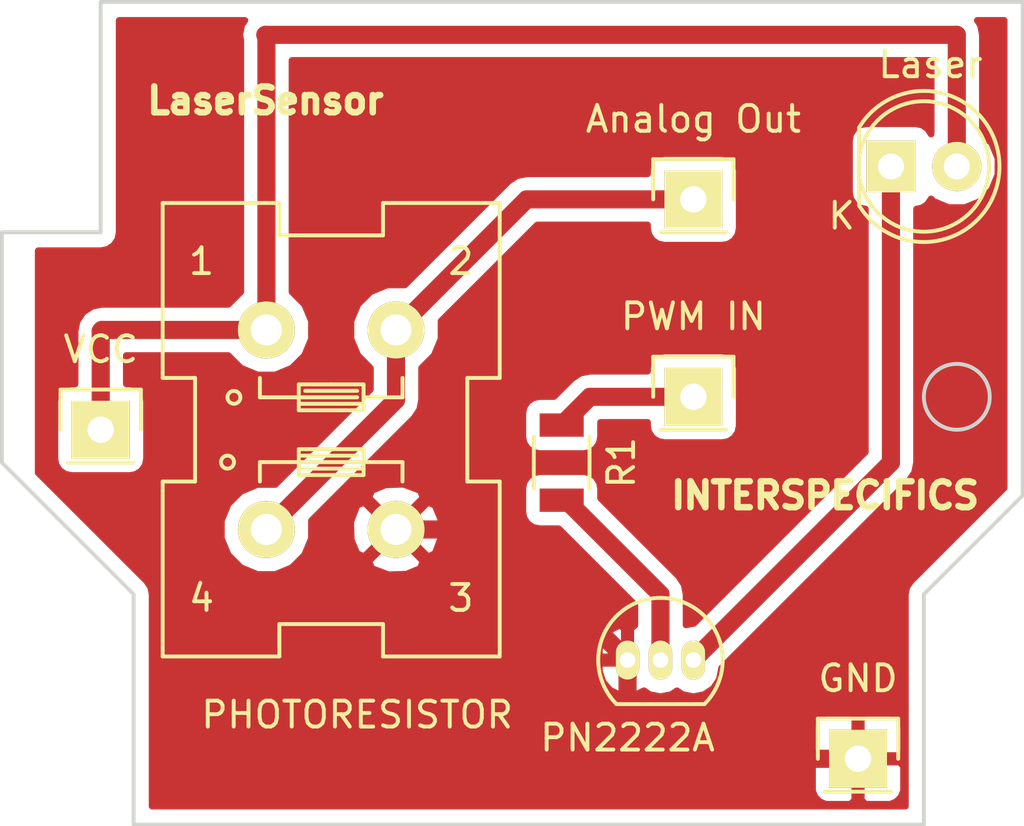
<source format=kicad_pcb>
(kicad_pcb (version 4) (host pcbnew 4.0.2-stable)

  (general
    (links 9)
    (no_connects 0)
    (area 135.814999 90.094999 175.335001 121.995001)
    (thickness 1.6)
    (drawings 14)
    (tracks 37)
    (zones 0)
    (modules 8)
    (nets 7)
  )

  (page A4)
  (layers
    (0 F.Cu signal)
    (31 B.Cu signal)
    (32 B.Adhes user)
    (33 F.Adhes user hide)
    (34 B.Paste user)
    (35 F.Paste user)
    (36 B.SilkS user)
    (37 F.SilkS user)
    (38 B.Mask user)
    (39 F.Mask user)
    (40 Dwgs.User user)
    (41 Cmts.User user)
    (42 Eco1.User user)
    (43 Eco2.User user)
    (44 Edge.Cuts user)
    (45 Margin user)
    (46 B.CrtYd user)
    (47 F.CrtYd user)
    (48 B.Fab user)
    (49 F.Fab user)
  )

  (setup
    (last_trace_width 0.25)
    (user_trace_width 0.24)
    (user_trace_width 0.32)
    (user_trace_width 0.48)
    (user_trace_width 0.58)
    (user_trace_width 0.68)
    (user_trace_width 0.7)
    (trace_clearance 0.2)
    (zone_clearance 0.508)
    (zone_45_only no)
    (trace_min 0.2)
    (segment_width 0.2)
    (edge_width 0.15)
    (via_size 0.6)
    (via_drill 0.4)
    (via_min_size 0.4)
    (via_min_drill 0.3)
    (uvia_size 0.3)
    (uvia_drill 0.1)
    (uvias_allowed no)
    (uvia_min_size 0.2)
    (uvia_min_drill 0.1)
    (pcb_text_width 0.3)
    (pcb_text_size 1.5 1.5)
    (mod_edge_width 0.15)
    (mod_text_size 1 1)
    (mod_text_width 0.15)
    (pad_size 1.524 1.524)
    (pad_drill 0.762)
    (pad_to_mask_clearance 0.2)
    (aux_axis_origin 172.72 105.41)
    (visible_elements FFFFFF7F)
    (pcbplotparams
      (layerselection 0x010f0_80000001)
      (usegerberextensions false)
      (excludeedgelayer true)
      (linewidth 0.100000)
      (plotframeref false)
      (viasonmask false)
      (mode 1)
      (useauxorigin false)
      (hpglpennumber 1)
      (hpglpenspeed 20)
      (hpglpendiameter 15)
      (hpglpenoverlay 2)
      (psnegative false)
      (psa4output false)
      (plotreference true)
      (plotvalue true)
      (plotinvisibletext false)
      (padsonsilk false)
      (subtractmaskfromsilk false)
      (outputformat 1)
      (mirror false)
      (drillshape 0)
      (scaleselection 1)
      (outputdirectory ""))
  )

  (net 0 "")
  (net 1 "Net-(D1-Pad1)")
  (net 2 VCC)
  (net 3 "Net-(P1-Pad1)")
  (net 4 "Net-(P2-Pad1)")
  (net 5 "Net-(Q1-Pad2)")
  (net 6 GND)

  (net_class Default "This is the default net class."
    (clearance 0.2)
    (trace_width 0.25)
    (via_dia 0.6)
    (via_drill 0.4)
    (uvia_dia 0.3)
    (uvia_drill 0.1)
    (add_net GND)
    (add_net "Net-(D1-Pad1)")
    (add_net "Net-(P1-Pad1)")
    (add_net "Net-(P2-Pad1)")
    (add_net "Net-(Q1-Pad2)")
    (add_net VCC)
  )

  (module LEDs:LED-5MM (layer F.Cu) (tedit 5705C75B) (tstamp 56F99E8A)
    (at 170.18 96.52)
    (descr "LED 5mm round vertical")
    (tags "LED 5mm round vertical")
    (path /56F2F478)
    (fp_text reference D1 (at 1.524 4.064) (layer F.Fab)
      (effects (font (size 1 1) (thickness 0.15)))
    )
    (fp_text value Laser (at 1.524 -3.937) (layer F.SilkS)
      (effects (font (size 1 1) (thickness 0.15)))
    )
    (fp_line (start -1.5 -1.55) (end -1.5 1.55) (layer F.CrtYd) (width 0.05))
    (fp_arc (start 1.3 0) (end -1.5 1.55) (angle -302) (layer F.CrtYd) (width 0.05))
    (fp_arc (start 1.27 0) (end -1.23 -1.5) (angle 297.5) (layer F.SilkS) (width 0.15))
    (fp_line (start -1.23 1.5) (end -1.23 -1.5) (layer F.SilkS) (width 0.15))
    (fp_circle (center 1.27 0) (end 0.97 -2.5) (layer F.SilkS) (width 0.15))
    (fp_text user K (at -1.905 1.905) (layer F.SilkS)
      (effects (font (size 1 1) (thickness 0.15)))
    )
    (pad 1 thru_hole rect (at 0 0 90) (size 2 1.9) (drill 1.00076) (layers *.Cu *.Mask F.SilkS)
      (net 1 "Net-(D1-Pad1)"))
    (pad 2 thru_hole circle (at 2.54 0) (size 1.9 1.9) (drill 1.00076) (layers *.Cu *.Mask F.SilkS)
      (net 2 VCC))
    (model LEDs.3dshapes/LED-5MM.wrl
      (at (xyz 0.05 0 0))
      (scale (xyz 1 1 1))
      (rotate (xyz 0 0 90))
    )
  )

  (module Pin_Headers:Pin_Header_Straight_1x01 (layer F.Cu) (tedit 5705C725) (tstamp 56F99E8F)
    (at 162.56 97.79)
    (descr "Through hole pin header")
    (tags "pin header")
    (path /56F99E5F)
    (fp_text reference P1 (at 0 -5.1) (layer F.Fab)
      (effects (font (size 1 1) (thickness 0.15)))
    )
    (fp_text value "Analog Out" (at 0 -3.1) (layer F.SilkS)
      (effects (font (size 1 1) (thickness 0.15)))
    )
    (fp_line (start 1.55 -1.55) (end 1.55 0) (layer F.SilkS) (width 0.15))
    (fp_line (start -1.75 -1.75) (end -1.75 1.75) (layer F.CrtYd) (width 0.05))
    (fp_line (start 1.75 -1.75) (end 1.75 1.75) (layer F.CrtYd) (width 0.05))
    (fp_line (start -1.75 -1.75) (end 1.75 -1.75) (layer F.CrtYd) (width 0.05))
    (fp_line (start -1.75 1.75) (end 1.75 1.75) (layer F.CrtYd) (width 0.05))
    (fp_line (start -1.55 0) (end -1.55 -1.55) (layer F.SilkS) (width 0.15))
    (fp_line (start -1.55 -1.55) (end 1.55 -1.55) (layer F.SilkS) (width 0.15))
    (fp_line (start -1.27 1.27) (end 1.27 1.27) (layer F.SilkS) (width 0.15))
    (pad 1 thru_hole rect (at 0 0) (size 2.2352 2.2352) (drill 1.016) (layers *.Cu *.Mask F.SilkS)
      (net 3 "Net-(P1-Pad1)"))
    (model Pin_Headers.3dshapes/Pin_Header_Straight_1x01.wrl
      (at (xyz 0 0 0))
      (scale (xyz 1 1 1))
      (rotate (xyz 0 0 90))
    )
  )

  (module Pin_Headers:Pin_Header_Straight_1x01 (layer F.Cu) (tedit 5705C708) (tstamp 56F99E94)
    (at 162.56 105.41)
    (descr "Through hole pin header")
    (tags "pin header")
    (path /56F99DF9)
    (fp_text reference P2 (at 0 -5.1) (layer F.Fab)
      (effects (font (size 1 1) (thickness 0.15)))
    )
    (fp_text value "PWM IN" (at 0 -3.1) (layer F.SilkS)
      (effects (font (size 1 1) (thickness 0.15)))
    )
    (fp_line (start 1.55 -1.55) (end 1.55 0) (layer F.SilkS) (width 0.15))
    (fp_line (start -1.75 -1.75) (end -1.75 1.75) (layer F.CrtYd) (width 0.05))
    (fp_line (start 1.75 -1.75) (end 1.75 1.75) (layer F.CrtYd) (width 0.05))
    (fp_line (start -1.75 -1.75) (end 1.75 -1.75) (layer F.CrtYd) (width 0.05))
    (fp_line (start -1.75 1.75) (end 1.75 1.75) (layer F.CrtYd) (width 0.05))
    (fp_line (start -1.55 0) (end -1.55 -1.55) (layer F.SilkS) (width 0.15))
    (fp_line (start -1.55 -1.55) (end 1.55 -1.55) (layer F.SilkS) (width 0.15))
    (fp_line (start -1.27 1.27) (end 1.27 1.27) (layer F.SilkS) (width 0.15))
    (pad 1 thru_hole rect (at 0 0) (size 2.2352 2.2352) (drill 1.016) (layers *.Cu *.Mask F.SilkS)
      (net 4 "Net-(P2-Pad1)"))
    (model Pin_Headers.3dshapes/Pin_Header_Straight_1x01.wrl
      (at (xyz 0 0 0))
      (scale (xyz 1 1 1))
      (rotate (xyz 0 0 90))
    )
  )

  (module TO_SOT_Packages_THT:TO-92_Inline_Narrow_Oval (layer F.Cu) (tedit 5705C7C2) (tstamp 56F99E9B)
    (at 160.02 115.57)
    (descr "TO-92 leads in-line, narrow, oval pads, drill 0.6mm (see NXP sot054_po.pdf)")
    (tags "to-92 sc-43 sc-43a sot54 PA33 transistor")
    (path /56F2F3D4)
    (fp_text reference Q1 (at 0 -4) (layer F.Fab)
      (effects (font (size 1 1) (thickness 0.15)))
    )
    (fp_text value PN2222A (at 0 3) (layer F.SilkS)
      (effects (font (size 1 1) (thickness 0.15)))
    )
    (fp_line (start -1.4 1.95) (end -1.4 -2.65) (layer F.CrtYd) (width 0.05))
    (fp_line (start -1.4 1.95) (end 3.95 1.95) (layer F.CrtYd) (width 0.05))
    (fp_line (start -0.43 1.7) (end 2.97 1.7) (layer F.SilkS) (width 0.15))
    (fp_arc (start 1.27 0) (end 1.27 -2.4) (angle -135) (layer F.SilkS) (width 0.15))
    (fp_arc (start 1.27 0) (end 1.27 -2.4) (angle 135) (layer F.SilkS) (width 0.15))
    (fp_line (start -1.4 -2.65) (end 3.95 -2.65) (layer F.CrtYd) (width 0.05))
    (fp_line (start 3.95 1.95) (end 3.95 -2.65) (layer F.CrtYd) (width 0.05))
    (pad 2 thru_hole oval (at 1.27 0 180) (size 0.89916 1.50114) (drill 0.6) (layers *.Cu *.Mask F.SilkS)
      (net 5 "Net-(Q1-Pad2)"))
    (pad 3 thru_hole oval (at 2.54 0 180) (size 0.89916 1.50114) (drill 0.6) (layers *.Cu *.Mask F.SilkS)
      (net 1 "Net-(D1-Pad1)"))
    (pad 1 thru_hole oval (at 0 0 180) (size 0.89916 1.50114) (drill 0.6) (layers *.Cu *.Mask F.SilkS)
      (net 6 GND))
    (model TO_SOT_Packages_THT.3dshapes/TO-92_Inline_Narrow_Oval.wrl
      (at (xyz 0.05 0 0))
      (scale (xyz 1 1 1))
      (rotate (xyz 0 0 -90))
    )
  )

  (module Resistors_SMD:R_1206 (layer F.Cu) (tedit 5415CFA7) (tstamp 56F99EA1)
    (at 157.48 107.95 270)
    (descr "Resistor SMD 1206, reflow soldering, Vishay (see dcrcw.pdf)")
    (tags "resistor 1206")
    (path /56F2FDD8)
    (attr smd)
    (fp_text reference R1 (at 0 -2.3 270) (layer F.SilkS)
      (effects (font (size 1 1) (thickness 0.15)))
    )
    (fp_text value R (at 0 2.3 270) (layer F.Fab)
      (effects (font (size 1 1) (thickness 0.15)))
    )
    (fp_line (start -2.2 -1.2) (end 2.2 -1.2) (layer F.CrtYd) (width 0.05))
    (fp_line (start -2.2 1.2) (end 2.2 1.2) (layer F.CrtYd) (width 0.05))
    (fp_line (start -2.2 -1.2) (end -2.2 1.2) (layer F.CrtYd) (width 0.05))
    (fp_line (start 2.2 -1.2) (end 2.2 1.2) (layer F.CrtYd) (width 0.05))
    (fp_line (start 1 1.075) (end -1 1.075) (layer F.SilkS) (width 0.15))
    (fp_line (start -1 -1.075) (end 1 -1.075) (layer F.SilkS) (width 0.15))
    (pad 1 smd rect (at -1.45 0 270) (size 0.9 1.7) (layers F.Cu F.Paste F.Mask)
      (net 4 "Net-(P2-Pad1)"))
    (pad 2 smd rect (at 1.45 0 270) (size 0.9 1.7) (layers F.Cu F.Paste F.Mask)
      (net 5 "Net-(Q1-Pad2)"))
    (model Resistors_SMD.3dshapes/R_1206.wrl
      (at (xyz 0 0 0))
      (scale (xyz 1 1 1))
      (rotate (xyz 0 0 0))
    )
  )

  (module Choke_Common-Mode_Wurth:CommonModeChoke_WuerthType-WE-CMB_Size-S (layer F.Cu) (tedit 5705C7DB) (tstamp 56F99EA9)
    (at 148.59 106.68)
    (descr "Wuerth, WE-CMB, Bauform S,")
    (tags "Common Mode Choke, Gleichtaktdrossel,")
    (path /56F2EF4F)
    (fp_text reference U1 (at 0 -11.00074) (layer F.Fab)
      (effects (font (size 1 1) (thickness 0.15)))
    )
    (fp_text value PHOTORESISTOR (at 1.00076 11.00074) (layer F.SilkS)
      (effects (font (size 1 1) (thickness 0.15)))
    )
    (fp_text user 4 (at -5.00126 6.49986) (layer F.SilkS)
      (effects (font (size 1 1) (thickness 0.15)))
    )
    (fp_text user 3 (at 5.00126 6.49986) (layer F.SilkS)
      (effects (font (size 1 1) (thickness 0.15)))
    )
    (fp_text user 2 (at 5.00126 -6.49986) (layer F.SilkS)
      (effects (font (size 1 1) (thickness 0.15)))
    )
    (fp_text user 1 (at -5.00126 -6.49986) (layer F.SilkS)
      (effects (font (size 1 1) (thickness 0.15)))
    )
    (fp_line (start 1.24968 1.50114) (end -1.24968 1.50114) (layer F.SilkS) (width 0.15))
    (fp_line (start -1.24968 1.00076) (end 1.00076 1.00076) (layer F.SilkS) (width 0.15))
    (fp_line (start 1.24968 1.24968) (end -1.24968 1.24968) (layer F.SilkS) (width 0.15))
    (fp_line (start -1.24968 -1.00076) (end 1.24968 -1.00076) (layer F.SilkS) (width 0.15))
    (fp_line (start 1.00076 -1.50114) (end -1.00076 -1.50114) (layer F.SilkS) (width 0.15))
    (fp_line (start 1.00076 -1.24968) (end -1.24968 -1.24968) (layer F.SilkS) (width 0.15))
    (fp_line (start -1.24968 -1.24968) (end -2.75082 -1.24968) (layer F.SilkS) (width 0.15))
    (fp_line (start -2.75082 -1.24968) (end -2.75082 -1.99898) (layer F.SilkS) (width 0.15))
    (fp_line (start -1.24968 1.24968) (end -2.75082 1.24968) (layer F.SilkS) (width 0.15))
    (fp_line (start -2.75082 1.24968) (end -2.75082 1.99898) (layer F.SilkS) (width 0.15))
    (fp_line (start 1.24968 1.24968) (end 2.75082 1.24968) (layer F.SilkS) (width 0.15))
    (fp_line (start 2.75082 1.24968) (end 2.75082 1.99898) (layer F.SilkS) (width 0.15))
    (fp_line (start 1.24968 -1.24968) (end 2.75082 -1.24968) (layer F.SilkS) (width 0.15))
    (fp_line (start 2.75082 -1.24968) (end 2.75082 -1.99898) (layer F.SilkS) (width 0.15))
    (fp_line (start 1.24968 0.7493) (end 1.24968 1.75006) (layer F.SilkS) (width 0.15))
    (fp_line (start 1.24968 1.75006) (end -1.24968 1.75006) (layer F.SilkS) (width 0.15))
    (fp_line (start -1.24968 1.75006) (end -1.24968 0.7493) (layer F.SilkS) (width 0.15))
    (fp_line (start -1.24968 0.7493) (end 1.24968 0.7493) (layer F.SilkS) (width 0.15))
    (fp_line (start 1.24968 -0.7493) (end -1.24968 -0.7493) (layer F.SilkS) (width 0.15))
    (fp_line (start -1.24968 -0.7493) (end -1.24968 -1.75006) (layer F.SilkS) (width 0.15))
    (fp_line (start -1.24968 -1.75006) (end 0 -1.75006) (layer F.SilkS) (width 0.15))
    (fp_line (start 1.24968 -1.75006) (end 1.24968 -0.7493) (layer F.SilkS) (width 0.15))
    (fp_line (start 0 -1.75006) (end 1.24968 -1.75006) (layer F.SilkS) (width 0.15))
    (fp_line (start 6.49986 -8.7503) (end 1.99898 -8.7503) (layer F.SilkS) (width 0.15))
    (fp_line (start 1.99898 -8.7503) (end 1.99898 -7.50062) (layer F.SilkS) (width 0.15))
    (fp_line (start 1.99898 -7.50062) (end -1.99898 -7.50062) (layer F.SilkS) (width 0.15))
    (fp_line (start -1.99898 -7.50062) (end -1.99898 -8.7503) (layer F.SilkS) (width 0.15))
    (fp_line (start -1.99898 -8.7503) (end -6.49986 -8.7503) (layer F.SilkS) (width 0.15))
    (fp_line (start -6.49986 -8.7503) (end -6.49986 -1.99898) (layer F.SilkS) (width 0.15))
    (fp_line (start -6.49986 -1.99898) (end -5.25018 -1.99898) (layer F.SilkS) (width 0.15))
    (fp_line (start -5.25018 -1.99898) (end -5.25018 1.99898) (layer F.SilkS) (width 0.15))
    (fp_line (start -5.25018 1.99898) (end -6.49986 1.99898) (layer F.SilkS) (width 0.15))
    (fp_line (start -6.49986 1.99898) (end -6.49986 8.7503) (layer F.SilkS) (width 0.15))
    (fp_line (start -6.49986 8.7503) (end -1.99898 8.7503) (layer F.SilkS) (width 0.15))
    (fp_line (start -1.99898 8.7503) (end -1.99898 7.50062) (layer F.SilkS) (width 0.15))
    (fp_line (start -1.99898 7.50062) (end 1.99898 7.50062) (layer F.SilkS) (width 0.15))
    (fp_line (start 1.99898 7.50062) (end 1.99898 8.7503) (layer F.SilkS) (width 0.15))
    (fp_line (start 1.99898 8.7503) (end 6.49986 8.7503) (layer F.SilkS) (width 0.15))
    (fp_line (start 6.49986 8.7503) (end 6.49986 1.99898) (layer F.SilkS) (width 0.15))
    (fp_line (start 6.49986 1.99898) (end 5.25018 1.99898) (layer F.SilkS) (width 0.15))
    (fp_line (start 5.25018 1.99898) (end 5.25018 -1.99898) (layer F.SilkS) (width 0.15))
    (fp_line (start 5.25018 -1.99898) (end 6.49986 -1.99898) (layer F.SilkS) (width 0.15))
    (fp_line (start 6.49986 -1.99898) (end 6.49986 -8.7503) (layer F.SilkS) (width 0.15))
    (fp_circle (center -4.0005 1.24968) (end -4.0005 0.99822) (layer F.SilkS) (width 0.15))
    (fp_circle (center -3.75158 -1.24968) (end -3.50266 -1.24968) (layer F.SilkS) (width 0.15))
    (pad 4 thru_hole circle (at -2.49936 3.85064) (size 2.19964 2.19964) (drill 1.19888) (layers *.Cu *.Mask F.SilkS)
      (net 3 "Net-(P1-Pad1)"))
    (pad 3 thru_hole circle (at 2.49936 3.85064) (size 2.19964 2.19964) (drill 1.19888) (layers *.Cu *.Mask F.SilkS)
      (net 6 GND))
    (pad 2 thru_hole circle (at 2.49936 -3.85064) (size 2.19964 2.19964) (drill 1.19888) (layers *.Cu *.Mask F.SilkS)
      (net 3 "Net-(P1-Pad1)"))
    (pad 1 thru_hole circle (at -2.49936 -3.85064) (size 2.19964 2.19964) (drill 1.19888) (layers *.Cu *.Mask F.SilkS)
      (net 2 VCC))
  )

  (module Pin_Headers:Pin_Header_Straight_1x01 (layer F.Cu) (tedit 5705C780) (tstamp 5705B27B)
    (at 139.7 106.68)
    (descr "Through hole pin header")
    (tags "pin header")
    (path /56F9B357)
    (fp_text reference P3 (at 0 -5.1) (layer F.Fab)
      (effects (font (size 1 1) (thickness 0.15)))
    )
    (fp_text value VCC (at 0 -3.1) (layer F.SilkS)
      (effects (font (size 1 1) (thickness 0.15)))
    )
    (fp_line (start 1.55 -1.55) (end 1.55 0) (layer F.SilkS) (width 0.15))
    (fp_line (start -1.75 -1.75) (end -1.75 1.75) (layer F.CrtYd) (width 0.05))
    (fp_line (start 1.75 -1.75) (end 1.75 1.75) (layer F.CrtYd) (width 0.05))
    (fp_line (start -1.75 -1.75) (end 1.75 -1.75) (layer F.CrtYd) (width 0.05))
    (fp_line (start -1.75 1.75) (end 1.75 1.75) (layer F.CrtYd) (width 0.05))
    (fp_line (start -1.55 0) (end -1.55 -1.55) (layer F.SilkS) (width 0.15))
    (fp_line (start -1.55 -1.55) (end 1.55 -1.55) (layer F.SilkS) (width 0.15))
    (fp_line (start -1.27 1.27) (end 1.27 1.27) (layer F.SilkS) (width 0.15))
    (pad 1 thru_hole rect (at 0 0) (size 2.2352 2.2352) (drill 1.016) (layers *.Cu *.Mask F.SilkS)
      (net 2 VCC))
    (model Pin_Headers.3dshapes/Pin_Header_Straight_1x01.wrl
      (at (xyz 0 0 0))
      (scale (xyz 1 1 1))
      (rotate (xyz 0 0 90))
    )
  )

  (module Pin_Headers:Pin_Header_Straight_1x01 (layer F.Cu) (tedit 5705C79C) (tstamp 5705B280)
    (at 168.91 119.38)
    (descr "Through hole pin header")
    (tags "pin header")
    (path /56F9B4E9)
    (fp_text reference P4 (at 0 -5.1) (layer F.Fab)
      (effects (font (size 1 1) (thickness 0.15)))
    )
    (fp_text value GND (at 0 -3.1) (layer F.SilkS)
      (effects (font (size 1 1) (thickness 0.15)))
    )
    (fp_line (start 1.55 -1.55) (end 1.55 0) (layer F.SilkS) (width 0.15))
    (fp_line (start -1.75 -1.75) (end -1.75 1.75) (layer F.CrtYd) (width 0.05))
    (fp_line (start 1.75 -1.75) (end 1.75 1.75) (layer F.CrtYd) (width 0.05))
    (fp_line (start -1.75 -1.75) (end 1.75 -1.75) (layer F.CrtYd) (width 0.05))
    (fp_line (start -1.75 1.75) (end 1.75 1.75) (layer F.CrtYd) (width 0.05))
    (fp_line (start -1.55 0) (end -1.55 -1.55) (layer F.SilkS) (width 0.15))
    (fp_line (start -1.55 -1.55) (end 1.55 -1.55) (layer F.SilkS) (width 0.15))
    (fp_line (start -1.27 1.27) (end 1.27 1.27) (layer F.SilkS) (width 0.15))
    (pad 1 thru_hole rect (at 0 0) (size 2.2352 2.2352) (drill 1.016) (layers *.Cu *.Mask F.SilkS)
      (net 6 GND))
    (model Pin_Headers.3dshapes/Pin_Header_Straight_1x01.wrl
      (at (xyz 0 0 0))
      (scale (xyz 1 1 1))
      (rotate (xyz 0 0 90))
    )
  )

  (gr_circle (center 172.72 105.41) (end 172.72 104.14) (layer Edge.Cuts) (width 0.15))
  (gr_text INTERSPECIFICS (at 167.64 109.22) (layer F.SilkS)
    (effects (font (size 1 1) (thickness 0.25)))
  )
  (gr_text LaserSensor (at 146.05 93.98) (layer F.SilkS)
    (effects (font (size 1 1) (thickness 0.25)))
  )
  (gr_line (start 140.97 113.03) (end 135.89 107.95) (angle 90) (layer Edge.Cuts) (width 0.15))
  (gr_line (start 140.97 121.92) (end 140.97 113.03) (angle 90) (layer Edge.Cuts) (width 0.15))
  (gr_line (start 171.45 121.92) (end 140.97 121.92) (angle 90) (layer Edge.Cuts) (width 0.15))
  (gr_line (start 171.45 113.03) (end 171.45 121.92) (angle 90) (layer Edge.Cuts) (width 0.15))
  (gr_line (start 175.26 109.22) (end 171.45 113.03) (angle 90) (layer Edge.Cuts) (width 0.15))
  (gr_line (start 175.26 90.17) (end 175.26 109.22) (angle 90) (layer Edge.Cuts) (width 0.15))
  (gr_line (start 139.7 90.17) (end 175.26 90.17) (angle 90) (layer Edge.Cuts) (width 0.15))
  (gr_line (start 139.7 99.06) (end 139.7 90.17) (angle 90) (layer Edge.Cuts) (width 0.15))
  (gr_line (start 135.89 99.06) (end 139.7 99.06) (angle 90) (layer Edge.Cuts) (width 0.15))
  (gr_line (start 135.89 107.95) (end 135.89 99.06) (angle 90) (layer Edge.Cuts) (width 0.15))
  (gr_circle (center 152.4 93.98) (end 151.13 93.98) (layer Cmts.User) (width 0.2))

  (segment (start 162.56 115.57) (end 170.18 107.95) (width 0.7) (layer F.Cu) (net 1))
  (segment (start 170.18 107.95) (end 170.18 96.52) (width 0.7) (layer F.Cu) (net 1) (tstamp 5705BD0B))
  (segment (start 170.18 96.52) (end 170.18 107.95) (width 0.25) (layer F.Cu) (net 1))
  (segment (start 172.72 96.52) (end 172.72 91.44) (width 0.7) (layer F.Cu) (net 2))
  (segment (start 172.72 91.44) (end 146.05 91.44) (width 0.7) (layer F.Cu) (net 2) (tstamp 5705BCE4))
  (segment (start 146.05 91.44) (end 146.09064 91.48064) (width 0.7) (layer F.Cu) (net 2) (tstamp 5705BCE5))
  (segment (start 146.09064 91.48064) (end 146.09064 102.82936) (width 0.7) (layer F.Cu) (net 2) (tstamp 5705BCE8))
  (segment (start 146.09064 102.82936) (end 139.74064 102.82936) (width 0.7) (layer F.Cu) (net 2) (tstamp 5705BCEA))
  (segment (start 139.74064 102.82936) (end 139.7 102.87) (width 0.7) (layer F.Cu) (net 2) (tstamp 5705BCF1))
  (segment (start 139.7 102.87) (end 139.7 106.68) (width 0.7) (layer F.Cu) (net 2) (tstamp 5705BCF2))
  (segment (start 146.09064 102.82936) (end 139.74064 102.82936) (width 0.25) (layer F.Cu) (net 2))
  (segment (start 139.7 102.87) (end 139.7 106.68) (width 0.25) (layer F.Cu) (net 2) (tstamp 5705B347))
  (segment (start 139.74064 102.82936) (end 139.7 102.87) (width 0.25) (layer F.Cu) (net 2) (tstamp 5705B344))
  (segment (start 146.05 91.44) (end 146.09064 91.48064) (width 0.25) (layer F.Cu) (net 2) (tstamp 56F9A5A4))
  (segment (start 146.09064 91.48064) (end 146.09064 102.82936) (width 0.25) (layer F.Cu) (net 2) (tstamp 56F9A5A6))
  (segment (start 172.72 91.44) (end 166.37 91.44) (width 0.25) (layer F.Cu) (net 2) (tstamp 56F9A5A0))
  (segment (start 166.37 91.44) (end 146.05 91.44) (width 0.25) (layer F.Cu) (net 2) (tstamp 5705BBDF))
  (segment (start 151.08936 102.82936) (end 151.08936 105.53192) (width 0.7) (layer F.Cu) (net 3))
  (segment (start 151.08936 105.53192) (end 146.09064 110.53064) (width 0.7) (layer F.Cu) (net 3) (tstamp 5705BD2C))
  (segment (start 162.56 97.79) (end 156.12872 97.79) (width 0.7) (layer F.Cu) (net 3))
  (segment (start 156.12872 97.79) (end 151.08936 102.82936) (width 0.7) (layer F.Cu) (net 3) (tstamp 5705BD1D))
  (segment (start 151.08936 105.53192) (end 146.09064 110.53064) (width 0.25) (layer F.Cu) (net 3) (tstamp 56F9A4BF))
  (segment (start 162.56 105.41) (end 158.57 105.41) (width 0.7) (layer F.Cu) (net 4))
  (segment (start 158.57 105.41) (end 157.48 106.5) (width 0.7) (layer F.Cu) (net 4) (tstamp 5705BD50))
  (segment (start 158.57 105.41) (end 157.48 106.5) (width 0.25) (layer F.Cu) (net 4) (tstamp 56F9A48D))
  (segment (start 157.48 109.4) (end 157.66 109.4) (width 0.7) (layer F.Cu) (net 5))
  (segment (start 157.66 109.4) (end 161.29 113.03) (width 0.7) (layer F.Cu) (net 5) (tstamp 5705BD60))
  (segment (start 161.29 113.03) (end 161.29 115.57) (width 0.7) (layer F.Cu) (net 5) (tstamp 5705BD61))
  (segment (start 161.29 115.57) (end 161.29 113.21) (width 0.25) (layer F.Cu) (net 5) (status 10))
  (segment (start 161.29 113.21) (end 157.48 109.4) (width 0.25) (layer F.Cu) (net 5) (tstamp 56F9A487))
  (segment (start 151.08936 110.53064) (end 154.98064 110.53064) (width 0.7) (layer F.Cu) (net 6))
  (segment (start 154.98064 110.53064) (end 160.02 115.57) (width 0.7) (layer F.Cu) (net 6) (tstamp 5705BD6D))
  (segment (start 160.02 115.57) (end 160.02 119.38) (width 0.7) (layer F.Cu) (net 6) (tstamp 5705BD6E))
  (segment (start 160.02 119.38) (end 168.91 119.38) (width 0.7) (layer F.Cu) (net 6) (tstamp 5705BD70))
  (segment (start 160.02 115.57) (end 160.02 119.38) (width 0.25) (layer F.Cu) (net 6))
  (segment (start 160.02 119.38) (end 168.91 119.38) (width 0.25) (layer F.Cu) (net 6) (tstamp 5705B32C))
  (segment (start 154.98064 110.53064) (end 160.02 115.57) (width 0.25) (layer F.Cu) (net 6) (tstamp 56F9A481) (status 20))

  (zone (net 6) (net_name GND) (layer F.Cu) (tstamp 5705BFF9) (hatch edge 0.508)
    (connect_pads (clearance 0.508))
    (min_thickness 0.254)
    (fill yes (arc_segments 16) (thermal_gap 0.508) (thermal_bridge_width 0.508))
    (polygon
      (pts
        (xy 137.16 90.17) (xy 175.26 90.17) (xy 175.26 121.92) (xy 137.16 121.92)
      )
    )
    (filled_polygon
      (pts
        (xy 145.139979 91.063057) (xy 145.065 91.44) (xy 145.10564 91.64431) (xy 145.10564 101.361375) (xy 144.621811 101.84436)
        (xy 139.74064 101.84436) (xy 139.363697 101.919339) (xy 139.04414 102.13286) (xy 139.0035 102.1735) (xy 138.789979 102.493057)
        (xy 138.715 102.87) (xy 138.715 104.91496) (xy 138.5824 104.91496) (xy 138.347083 104.959238) (xy 138.130959 105.09831)
        (xy 137.985969 105.31051) (xy 137.93496 105.5624) (xy 137.93496 107.7976) (xy 137.979238 108.032917) (xy 138.11831 108.249041)
        (xy 138.33051 108.394031) (xy 138.5824 108.44504) (xy 140.8176 108.44504) (xy 141.052917 108.400762) (xy 141.269041 108.26169)
        (xy 141.414031 108.04949) (xy 141.46504 107.7976) (xy 141.46504 105.5624) (xy 141.420762 105.327083) (xy 141.28169 105.110959)
        (xy 141.06949 104.965969) (xy 140.8176 104.91496) (xy 140.685 104.91496) (xy 140.685 103.81436) (xy 144.622655 103.81436)
        (xy 145.10666 104.299211) (xy 145.744049 104.563878) (xy 146.434203 104.56448) (xy 147.072053 104.300926) (xy 147.560491 103.81334)
        (xy 147.825158 103.175951) (xy 147.82576 102.485797) (xy 147.562206 101.847947) (xy 147.07564 101.360531) (xy 147.07564 92.425)
        (xy 171.735 92.425) (xy 171.735 95.263708) (xy 171.725663 95.273029) (xy 171.59409 95.068559) (xy 171.38189 94.923569)
        (xy 171.13 94.87256) (xy 169.23 94.87256) (xy 168.994683 94.916838) (xy 168.778559 95.05591) (xy 168.633569 95.26811)
        (xy 168.58256 95.52) (xy 168.58256 97.52) (xy 168.626838 97.755317) (xy 168.76591 97.971441) (xy 168.97811 98.116431)
        (xy 169.195 98.160352) (xy 169.195 107.542) (xy 162.576444 114.160556) (xy 162.56 114.157285) (xy 162.275 114.213975)
        (xy 162.275 113.03) (xy 162.200021 112.653057) (xy 161.9865 112.3335) (xy 158.97744 109.32444) (xy 158.97744 108.95)
        (xy 158.933162 108.714683) (xy 158.79409 108.498559) (xy 158.58189 108.353569) (xy 158.33 108.30256) (xy 156.63 108.30256)
        (xy 156.394683 108.346838) (xy 156.178559 108.48591) (xy 156.033569 108.69811) (xy 155.98256 108.95) (xy 155.98256 109.85)
        (xy 156.026838 110.085317) (xy 156.16591 110.301441) (xy 156.37811 110.446431) (xy 156.63 110.49744) (xy 157.36444 110.49744)
        (xy 160.305 113.438) (xy 160.305 114.231812) (xy 160.147 114.351932) (xy 160.147 115.443) (xy 160.167 115.443)
        (xy 160.167 115.697) (xy 160.147 115.697) (xy 160.147 116.788068) (xy 160.313935 116.914981) (xy 160.650762 116.750359)
        (xy 160.874949 116.900156) (xy 161.29 116.982715) (xy 161.705051 116.900156) (xy 161.925 116.753191) (xy 162.144949 116.900156)
        (xy 162.56 116.982715) (xy 162.975051 116.900156) (xy 163.326914 116.665049) (xy 163.562021 116.313186) (xy 163.64458 115.898135)
        (xy 163.64458 115.87842) (xy 170.8765 108.6465) (xy 171.090021 108.326943) (xy 171.165 107.95) (xy 171.165 98.160854)
        (xy 171.365317 98.123162) (xy 171.581441 97.98409) (xy 171.726431 97.77189) (xy 171.727055 97.768808) (xy 171.820997 97.862914)
        (xy 172.403341 98.104724) (xy 173.033893 98.105275) (xy 173.616657 97.864481) (xy 174.062914 97.419003) (xy 174.304724 96.836659)
        (xy 174.305275 96.206107) (xy 174.064481 95.623343) (xy 173.705 95.263233) (xy 173.705 91.44) (xy 173.630021 91.063057)
        (xy 173.507706 90.88) (xy 174.55 90.88) (xy 174.55 108.925908) (xy 170.947954 112.527954) (xy 170.794046 112.758295)
        (xy 170.74 113.03) (xy 170.74 121.21) (xy 141.68 121.21) (xy 141.68 119.66575) (xy 167.1574 119.66575)
        (xy 167.1574 120.62391) (xy 167.254073 120.857299) (xy 167.432702 121.035927) (xy 167.666091 121.1326) (xy 168.62425 121.1326)
        (xy 168.783 120.97385) (xy 168.783 119.507) (xy 169.037 119.507) (xy 169.037 120.97385) (xy 169.19575 121.1326)
        (xy 170.153909 121.1326) (xy 170.387298 121.035927) (xy 170.565927 120.857299) (xy 170.6626 120.62391) (xy 170.6626 119.66575)
        (xy 170.50385 119.507) (xy 169.037 119.507) (xy 168.783 119.507) (xy 167.31615 119.507) (xy 167.1574 119.66575)
        (xy 141.68 119.66575) (xy 141.68 118.13609) (xy 167.1574 118.13609) (xy 167.1574 119.09425) (xy 167.31615 119.253)
        (xy 168.783 119.253) (xy 168.783 117.78615) (xy 169.037 117.78615) (xy 169.037 119.253) (xy 170.50385 119.253)
        (xy 170.6626 119.09425) (xy 170.6626 118.13609) (xy 170.565927 117.902701) (xy 170.387298 117.724073) (xy 170.153909 117.6274)
        (xy 169.19575 117.6274) (xy 169.037 117.78615) (xy 168.783 117.78615) (xy 168.62425 117.6274) (xy 167.666091 117.6274)
        (xy 167.432702 117.724073) (xy 167.254073 117.902701) (xy 167.1574 118.13609) (xy 141.68 118.13609) (xy 141.68 115.697)
        (xy 158.93542 115.697) (xy 158.93542 115.99799) (xy 159.06658 116.403373) (xy 159.342889 116.727706) (xy 159.726065 116.914981)
        (xy 159.893 116.788068) (xy 159.893 115.697) (xy 158.93542 115.697) (xy 141.68 115.697) (xy 141.68 115.14201)
        (xy 158.93542 115.14201) (xy 158.93542 115.443) (xy 159.893 115.443) (xy 159.893 114.351932) (xy 159.726065 114.225019)
        (xy 159.342889 114.412294) (xy 159.06658 114.736627) (xy 158.93542 115.14201) (xy 141.68 115.14201) (xy 141.68 113.03)
        (xy 141.625954 112.758295) (xy 141.472046 112.527954) (xy 139.818295 110.874203) (xy 144.35552 110.874203) (xy 144.619074 111.512053)
        (xy 145.10666 112.000491) (xy 145.744049 112.265158) (xy 146.434203 112.26576) (xy 147.072053 112.002206) (xy 147.319313 111.755377)
        (xy 150.044228 111.755377) (xy 150.15511 112.032591) (xy 150.800997 112.275783) (xy 151.490785 112.253294) (xy 152.02361 112.032591)
        (xy 152.134492 111.755377) (xy 151.08936 110.710245) (xy 150.044228 111.755377) (xy 147.319313 111.755377) (xy 147.560491 111.51462)
        (xy 147.825158 110.877231) (xy 147.825712 110.242277) (xy 149.344217 110.242277) (xy 149.366706 110.932065) (xy 149.587409 111.46489)
        (xy 149.864623 111.575772) (xy 150.909755 110.53064) (xy 151.268965 110.53064) (xy 152.314097 111.575772) (xy 152.591311 111.46489)
        (xy 152.834503 110.819003) (xy 152.812014 110.129215) (xy 152.591311 109.59639) (xy 152.314097 109.485508) (xy 151.268965 110.53064)
        (xy 150.909755 110.53064) (xy 149.864623 109.485508) (xy 149.587409 109.59639) (xy 149.344217 110.242277) (xy 147.825712 110.242277)
        (xy 147.825759 110.188521) (xy 148.708377 109.305903) (xy 150.044228 109.305903) (xy 151.08936 110.351035) (xy 152.134492 109.305903)
        (xy 152.02361 109.028689) (xy 151.377723 108.785497) (xy 150.687935 108.807986) (xy 150.15511 109.028689) (xy 150.044228 109.305903)
        (xy 148.708377 109.305903) (xy 151.78586 106.22842) (xy 151.905076 106.05) (xy 155.98256 106.05) (xy 155.98256 106.95)
        (xy 156.026838 107.185317) (xy 156.16591 107.401441) (xy 156.37811 107.546431) (xy 156.63 107.59744) (xy 158.33 107.59744)
        (xy 158.565317 107.553162) (xy 158.781441 107.41409) (xy 158.926431 107.20189) (xy 158.97744 106.95) (xy 158.97744 106.39556)
        (xy 158.978 106.395) (xy 160.79496 106.395) (xy 160.79496 106.5276) (xy 160.839238 106.762917) (xy 160.97831 106.979041)
        (xy 161.19051 107.124031) (xy 161.4424 107.17504) (xy 163.6776 107.17504) (xy 163.912917 107.130762) (xy 164.129041 106.99169)
        (xy 164.274031 106.77949) (xy 164.32504 106.5276) (xy 164.32504 104.2924) (xy 164.280762 104.057083) (xy 164.14169 103.840959)
        (xy 163.92949 103.695969) (xy 163.6776 103.64496) (xy 161.4424 103.64496) (xy 161.207083 103.689238) (xy 160.990959 103.82831)
        (xy 160.845969 104.04051) (xy 160.79496 104.2924) (xy 160.79496 104.425) (xy 158.57 104.425) (xy 158.193057 104.499979)
        (xy 157.8735 104.7135) (xy 157.18444 105.40256) (xy 156.63 105.40256) (xy 156.394683 105.446838) (xy 156.178559 105.58591)
        (xy 156.033569 105.79811) (xy 155.98256 106.05) (xy 151.905076 106.05) (xy 151.999381 105.908863) (xy 152.07436 105.53192)
        (xy 152.07436 104.297345) (xy 152.559211 103.81334) (xy 152.823878 103.175951) (xy 152.824479 102.487241) (xy 156.53672 98.775)
        (xy 160.79496 98.775) (xy 160.79496 98.9076) (xy 160.839238 99.142917) (xy 160.97831 99.359041) (xy 161.19051 99.504031)
        (xy 161.4424 99.55504) (xy 163.6776 99.55504) (xy 163.912917 99.510762) (xy 164.129041 99.37169) (xy 164.274031 99.15949)
        (xy 164.32504 98.9076) (xy 164.32504 96.6724) (xy 164.280762 96.437083) (xy 164.14169 96.220959) (xy 163.92949 96.075969)
        (xy 163.6776 96.02496) (xy 161.4424 96.02496) (xy 161.207083 96.069238) (xy 160.990959 96.20831) (xy 160.845969 96.42051)
        (xy 160.79496 96.6724) (xy 160.79496 96.805) (xy 156.12872 96.805) (xy 155.751777 96.879979) (xy 155.43222 97.0935)
        (xy 151.430882 101.094838) (xy 150.745797 101.09424) (xy 150.107947 101.357794) (xy 149.619509 101.84538) (xy 149.354842 102.482769)
        (xy 149.35424 103.172923) (xy 149.617794 103.810773) (xy 150.10436 104.298189) (xy 150.10436 105.12392) (xy 146.432162 108.796118)
        (xy 145.747077 108.79552) (xy 145.109227 109.059074) (xy 144.620789 109.54666) (xy 144.356122 110.184049) (xy 144.35552 110.874203)
        (xy 139.818295 110.874203) (xy 137.287 108.342908) (xy 137.287 99.77) (xy 139.7 99.77) (xy 139.971705 99.715954)
        (xy 140.202046 99.562046) (xy 140.355954 99.331705) (xy 140.41 99.06) (xy 140.41 90.88) (xy 145.262294 90.88)
      )
    )
  )
)

</source>
